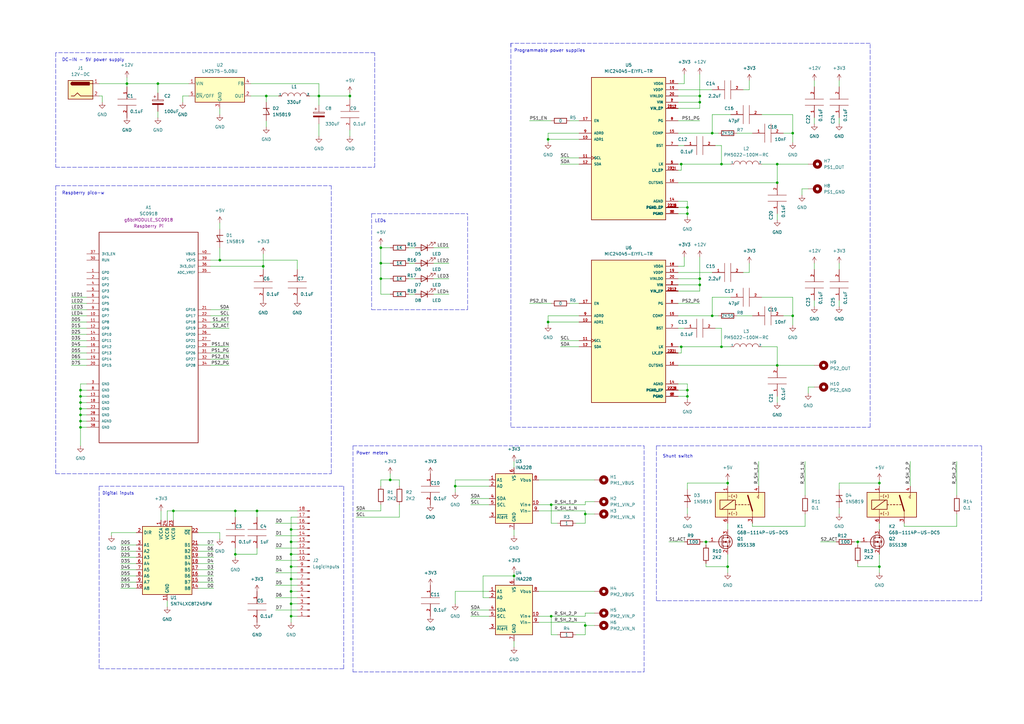
<source format=kicad_sch>
(kicad_sch (version 20211123) (generator eeschema)
  (paper "A3")
  (junction (at 295.91 142.24))
  (junction (at 240.03 256.54))
  (junction (at 292.1 54.61))
  (junction (at 119.38 227.33))
  (junction (at 224.79 132.08))
  (junction (at 287.02 116.84))
  (junction (at 287.02 41.91))
  (junction (at 105.41 209.55))
  (junction (at 281.94 85.09))
  (junction (at 351.79 222.25))
  (junction (at 107.95 109.22))
  (junction (at 224.79 57.15))
  (junction (at 287.02 114.3))
  (junction (at 90.17 106.68))
  (junction (at 33.02 162.56))
  (junction (at 295.91 67.31))
  (junction (at 186.69 199.39))
  (junction (at 360.68 232.41))
  (junction (at 156.21 107.95))
  (junction (at 226.06 207.01))
  (junction (at 325.12 54.61))
  (junction (at 119.38 217.17))
  (junction (at 33.02 160.02))
  (junction (at 360.68 198.12))
  (junction (at 96.52 209.55))
  (junction (at 119.38 247.65))
  (junction (at 240.03 210.82))
  (junction (at 279.4 142.24))
  (junction (at 33.02 172.72))
  (junction (at 156.21 101.6))
  (junction (at 143.51 39.37))
  (junction (at 109.22 39.37))
  (junction (at 33.02 170.18))
  (junction (at 33.02 165.1))
  (junction (at 52.07 34.29))
  (junction (at 119.38 252.73))
  (junction (at 298.45 198.12))
  (junction (at 119.38 222.25))
  (junction (at 119.38 237.49))
  (junction (at 281.94 162.56))
  (junction (at 298.45 232.41))
  (junction (at 226.06 252.73))
  (junction (at 318.77 74.93))
  (junction (at 160.02 196.85))
  (junction (at 281.94 160.02))
  (junction (at 287.02 39.37))
  (junction (at 289.56 222.25))
  (junction (at 281.94 87.63))
  (junction (at 318.77 67.31))
  (junction (at 325.12 129.54))
  (junction (at 33.02 175.26))
  (junction (at 292.1 129.54))
  (junction (at 210.82 236.22))
  (junction (at 71.12 209.55))
  (junction (at 130.81 39.37))
  (junction (at 33.02 167.64))
  (junction (at 64.77 34.29))
  (junction (at 119.38 232.41))
  (junction (at 318.77 149.86))
  (junction (at 96.52 227.33))
  (junction (at 119.38 242.57))
  (junction (at 156.21 114.3))
  (junction (at 279.4 67.31))
  (wire (pts (xy 217.17 124.46) (xy 226.06 124.46)))
  (polyline (pts (xy 152.4 87.63) (xy 191.77 87.63)))
  (wire (pts (xy 360.68 232.41) (xy 360.68 234.95)))
  (wire (pts (xy 220.98 255.27) (xy 240.03 255.27)))
  (wire (pts (xy 237.49 67.31) (xy 229.87 67.31)))
  (wire (pts (xy 281.94 85.09) (xy 281.94 87.63)))
  (wire (pts (xy 287.02 105.41) (xy 287.02 114.3)))
  (wire (pts (xy 113.03 229.87) (xy 121.92 229.87)))
  (wire (pts (xy 33.02 165.1) (xy 33.02 167.64)))
  (wire (pts (xy 224.79 132.08) (xy 224.79 133.35)))
  (wire (pts (xy 29.21 127) (xy 35.56 127)))
  (polyline (pts (xy 269.24 182.88) (xy 402.59 182.88)))
  (wire (pts (xy 237.49 139.7) (xy 229.87 139.7)))
  (wire (pts (xy 278.13 114.3) (xy 287.02 114.3)))
  (wire (pts (xy 292.1 54.61) (xy 292.1 46.99)))
  (wire (pts (xy 146.05 212.09) (xy 163.83 212.09)))
  (wire (pts (xy 287.02 30.48) (xy 287.02 39.37)))
  (wire (pts (xy 220.98 252.73) (xy 226.06 252.73)))
  (wire (pts (xy 33.02 162.56) (xy 35.56 162.56)))
  (wire (pts (xy 224.79 57.15) (xy 224.79 58.42)))
  (wire (pts (xy 105.41 209.55) (xy 121.92 209.55)))
  (wire (pts (xy 35.56 165.1) (xy 33.02 165.1)))
  (wire (pts (xy 334.01 107.95) (xy 334.01 110.49)))
  (wire (pts (xy 298.45 214.63) (xy 298.45 217.17)))
  (wire (pts (xy 119.38 232.41) (xy 121.92 232.41)))
  (wire (pts (xy 109.22 41.91) (xy 109.22 39.37)))
  (wire (pts (xy 77.47 39.37) (xy 74.93 39.37)))
  (wire (pts (xy 33.02 157.48) (xy 33.02 160.02)))
  (wire (pts (xy 278.13 160.02) (xy 281.94 160.02)))
  (wire (pts (xy 113.03 214.63) (xy 121.92 214.63)))
  (wire (pts (xy 392.43 210.82) (xy 392.43 215.9)))
  (wire (pts (xy 210.82 234.95) (xy 210.82 236.22)))
  (wire (pts (xy 308.61 215.9) (xy 330.2 215.9)))
  (wire (pts (xy 279.4 142.24) (xy 295.91 142.24)))
  (wire (pts (xy 143.51 53.34) (xy 143.51 55.88)))
  (wire (pts (xy 130.81 39.37) (xy 143.51 39.37)))
  (wire (pts (xy 156.21 120.65) (xy 160.02 120.65)))
  (wire (pts (xy 278.13 111.76) (xy 292.1 111.76)))
  (wire (pts (xy 220.98 196.85) (xy 243.84 196.85)))
  (wire (pts (xy 86.36 134.62) (xy 93.98 134.62)))
  (wire (pts (xy 278.13 67.31) (xy 279.4 67.31)))
  (wire (pts (xy 186.69 199.39) (xy 186.69 201.93)))
  (wire (pts (xy 55.88 231.14) (xy 49.53 231.14)))
  (wire (pts (xy 71.12 209.55) (xy 71.12 213.36)))
  (wire (pts (xy 281.94 82.55) (xy 281.94 85.09)))
  (wire (pts (xy 293.37 134.62) (xy 295.91 134.62)))
  (wire (pts (xy 295.91 67.31) (xy 299.72 67.31)))
  (wire (pts (xy 360.68 214.63) (xy 360.68 217.17)))
  (wire (pts (xy 240.03 252.73) (xy 240.03 251.46)))
  (wire (pts (xy 278.13 74.93) (xy 318.77 74.93)))
  (wire (pts (xy 240.03 255.27) (xy 240.03 256.54)))
  (wire (pts (xy 156.21 107.95) (xy 160.02 107.95)))
  (wire (pts (xy 119.38 232.41) (xy 119.38 237.49)))
  (wire (pts (xy 278.13 134.62) (xy 280.67 134.62)))
  (wire (pts (xy 328.93 77.47) (xy 328.93 80.01)))
  (wire (pts (xy 360.68 227.33) (xy 360.68 232.41)))
  (wire (pts (xy 105.41 227.33) (xy 105.41 224.79)))
  (wire (pts (xy 143.51 39.37) (xy 143.51 40.64)))
  (wire (pts (xy 119.38 217.17) (xy 121.92 217.17)))
  (wire (pts (xy 163.83 196.85) (xy 163.83 199.39)))
  (wire (pts (xy 33.02 170.18) (xy 35.56 170.18)))
  (wire (pts (xy 184.15 101.6) (xy 177.8 101.6)))
  (wire (pts (xy 288.29 222.25) (xy 289.56 222.25)))
  (wire (pts (xy 318.77 74.93) (xy 318.77 67.31)))
  (wire (pts (xy 35.56 142.24) (xy 29.21 142.24)))
  (wire (pts (xy 55.88 236.22) (xy 49.53 236.22)))
  (wire (pts (xy 55.88 218.44) (xy 45.72 218.44)))
  (polyline (pts (xy 144.78 275.59) (xy 264.16 275.59)))
  (wire (pts (xy 86.36 106.68) (xy 90.17 106.68)))
  (wire (pts (xy 74.93 39.37) (xy 74.93 41.91)))
  (wire (pts (xy 156.21 101.6) (xy 156.21 107.95)))
  (wire (pts (xy 186.69 242.57) (xy 186.69 247.65)))
  (wire (pts (xy 198.12 236.22) (xy 198.12 245.11)))
  (wire (pts (xy 33.02 162.56) (xy 33.02 165.1)))
  (wire (pts (xy 96.52 224.79) (xy 96.52 227.33)))
  (wire (pts (xy 200.66 196.85) (xy 186.69 196.85)))
  (wire (pts (xy 318.77 149.86) (xy 334.01 149.86)))
  (wire (pts (xy 167.64 120.65) (xy 170.18 120.65)))
  (wire (pts (xy 184.15 120.65) (xy 177.8 120.65)))
  (wire (pts (xy 302.26 129.54) (xy 308.61 129.54)))
  (wire (pts (xy 281.94 87.63) (xy 281.94 88.9)))
  (wire (pts (xy 102.87 39.37) (xy 109.22 39.37)))
  (wire (pts (xy 186.69 199.39) (xy 200.66 199.39)))
  (wire (pts (xy 278.13 41.91) (xy 287.02 41.91)))
  (wire (pts (xy 228.6 260.35) (xy 226.06 260.35)))
  (wire (pts (xy 278.13 82.55) (xy 281.94 82.55)))
  (wire (pts (xy 220.98 207.01) (xy 226.06 207.01)))
  (wire (pts (xy 184.15 114.3) (xy 177.8 114.3)))
  (wire (pts (xy 298.45 198.12) (xy 298.45 199.39)))
  (wire (pts (xy 292.1 46.99) (xy 299.72 46.99)))
  (wire (pts (xy 35.56 137.16) (xy 29.21 137.16)))
  (wire (pts (xy 240.03 256.54) (xy 240.03 260.35)))
  (wire (pts (xy 295.91 134.62) (xy 295.91 142.24)))
  (wire (pts (xy 278.13 162.56) (xy 281.94 162.56)))
  (wire (pts (xy 130.81 50.8) (xy 130.81 55.88)))
  (wire (pts (xy 156.21 107.95) (xy 156.21 114.3)))
  (wire (pts (xy 292.1 129.54) (xy 292.1 121.92)))
  (wire (pts (xy 119.38 217.17) (xy 119.38 222.25)))
  (wire (pts (xy 344.17 107.95) (xy 344.17 110.49)))
  (polyline (pts (xy 40.64 274.32) (xy 40.64 199.39)))
  (wire (pts (xy 334.01 33.02) (xy 334.01 35.56)))
  (wire (pts (xy 237.49 142.24) (xy 229.87 142.24)))
  (wire (pts (xy 71.12 209.55) (xy 96.52 209.55)))
  (polyline (pts (xy 140.97 199.39) (xy 140.97 274.32)))
  (wire (pts (xy 217.17 49.53) (xy 226.06 49.53)))
  (wire (pts (xy 119.38 222.25) (xy 121.92 222.25)))
  (polyline (pts (xy 356.87 175.26) (xy 356.87 17.78)))
  (polyline (pts (xy 144.78 182.88) (xy 144.78 275.59)))
  (wire (pts (xy 293.37 59.69) (xy 295.91 59.69)))
  (wire (pts (xy 289.56 231.14) (xy 289.56 232.41)))
  (wire (pts (xy 130.81 39.37) (xy 130.81 43.18)))
  (wire (pts (xy 302.26 54.61) (xy 308.61 54.61)))
  (wire (pts (xy 360.68 198.12) (xy 344.17 198.12)))
  (wire (pts (xy 33.02 172.72) (xy 35.56 172.72)))
  (polyline (pts (xy 209.55 17.78) (xy 209.55 19.05)))
  (wire (pts (xy 105.41 209.55) (xy 105.41 212.09)))
  (wire (pts (xy 81.28 223.52) (xy 87.63 223.52)))
  (wire (pts (xy 200.66 204.47) (xy 193.04 204.47)))
  (wire (pts (xy 281.94 157.48) (xy 281.94 160.02)))
  (wire (pts (xy 167.64 101.6) (xy 170.18 101.6)))
  (wire (pts (xy 96.52 227.33) (xy 96.52 228.6)))
  (wire (pts (xy 107.95 109.22) (xy 107.95 110.49)))
  (wire (pts (xy 113.03 240.03) (xy 121.92 240.03)))
  (polyline (pts (xy 153.67 21.59) (xy 22.86 21.59)))
  (wire (pts (xy 325.12 54.61) (xy 321.31 54.61)))
  (wire (pts (xy 156.21 100.33) (xy 156.21 101.6)))
  (wire (pts (xy 86.36 149.86) (xy 93.98 149.86)))
  (wire (pts (xy 278.13 149.86) (xy 318.77 149.86)))
  (wire (pts (xy 86.36 147.32) (xy 93.98 147.32)))
  (wire (pts (xy 344.17 198.12) (xy 344.17 200.66)))
  (wire (pts (xy 96.52 209.55) (xy 105.41 209.55)))
  (wire (pts (xy 312.42 121.92) (xy 325.12 121.92)))
  (wire (pts (xy 33.02 167.64) (xy 35.56 167.64)))
  (wire (pts (xy 330.2 210.82) (xy 330.2 215.9)))
  (wire (pts (xy 81.28 218.44) (xy 90.17 218.44)))
  (wire (pts (xy 86.36 142.24) (xy 93.98 142.24)))
  (wire (pts (xy 33.02 160.02) (xy 33.02 162.56)))
  (wire (pts (xy 237.49 54.61) (xy 224.79 54.61)))
  (wire (pts (xy 119.38 242.57) (xy 119.38 247.65)))
  (wire (pts (xy 287.02 114.3) (xy 287.02 116.84)))
  (wire (pts (xy 311.15 189.23) (xy 311.15 199.39)))
  (wire (pts (xy 318.77 142.24) (xy 312.42 142.24)))
  (wire (pts (xy 308.61 214.63) (xy 308.61 215.9)))
  (polyline (pts (xy 22.86 194.31) (xy 135.89 194.31)))
  (wire (pts (xy 210.82 236.22) (xy 210.82 237.49)))
  (wire (pts (xy 156.21 196.85) (xy 160.02 196.85)))
  (wire (pts (xy 160.02 196.85) (xy 163.83 196.85)))
  (wire (pts (xy 336.55 222.25) (xy 342.9 222.25)))
  (wire (pts (xy 64.77 34.29) (xy 64.77 38.1)))
  (wire (pts (xy 226.06 252.73) (xy 226.06 260.35)))
  (wire (pts (xy 64.77 34.29) (xy 77.47 34.29)))
  (wire (pts (xy 86.36 109.22) (xy 107.95 109.22)))
  (wire (pts (xy 90.17 106.68) (xy 90.17 101.6)))
  (wire (pts (xy 96.52 209.55) (xy 96.52 212.09)))
  (wire (pts (xy 167.64 114.3) (xy 170.18 114.3)))
  (wire (pts (xy 156.21 199.39) (xy 156.21 196.85)))
  (wire (pts (xy 392.43 189.23) (xy 392.43 203.2)))
  (wire (pts (xy 160.02 194.31) (xy 160.02 196.85)))
  (wire (pts (xy 55.88 223.52) (xy 49.53 223.52)))
  (wire (pts (xy 236.22 260.35) (xy 240.03 260.35)))
  (wire (pts (xy 86.36 144.78) (xy 93.98 144.78)))
  (wire (pts (xy 45.72 218.44) (xy 45.72 219.71)))
  (wire (pts (xy 292.1 129.54) (xy 294.64 129.54)))
  (wire (pts (xy 220.98 209.55) (xy 240.03 209.55)))
  (wire (pts (xy 279.4 69.85) (xy 279.4 67.31)))
  (wire (pts (xy 121.92 106.68) (xy 121.92 110.49)))
  (wire (pts (xy 55.88 228.6) (xy 49.53 228.6)))
  (wire (pts (xy 107.95 104.14) (xy 107.95 109.22)))
  (wire (pts (xy 331.47 77.47) (xy 328.93 77.47)))
  (wire (pts (xy 33.02 172.72) (xy 33.02 175.26)))
  (wire (pts (xy 226.06 252.73) (xy 240.03 252.73)))
  (polyline (pts (xy 269.24 182.88) (xy 269.24 246.38)))
  (wire (pts (xy 130.81 39.37) (xy 127 39.37)))
  (wire (pts (xy 330.2 189.23) (xy 330.2 203.2)))
  (wire (pts (xy 278.13 34.29) (xy 280.67 34.29)))
  (wire (pts (xy 287.02 119.38) (xy 278.13 119.38)))
  (wire (pts (xy 224.79 132.08) (xy 237.49 132.08)))
  (wire (pts (xy 281.94 208.28) (xy 281.94 210.82)))
  (wire (pts (xy 35.56 139.7) (xy 29.21 139.7)))
  (wire (pts (xy 307.34 107.95) (xy 307.34 111.76)))
  (wire (pts (xy 35.56 132.08) (xy 29.21 132.08)))
  (wire (pts (xy 318.77 87.63) (xy 318.77 90.17)))
  (wire (pts (xy 81.28 226.06) (xy 87.63 226.06)))
  (wire (pts (xy 298.45 227.33) (xy 298.45 232.41)))
  (wire (pts (xy 334.01 48.26) (xy 334.01 50.8)))
  (wire (pts (xy 130.81 34.29) (xy 130.81 39.37)))
  (wire (pts (xy 278.13 144.78) (xy 279.4 144.78)))
  (wire (pts (xy 156.21 114.3) (xy 156.21 120.65)))
  (wire (pts (xy 224.79 54.61) (xy 224.79 57.15)))
  (wire (pts (xy 280.67 105.41) (xy 280.67 109.22)))
  (wire (pts (xy 55.88 241.3) (xy 49.53 241.3)))
  (wire (pts (xy 66.04 209.55) (xy 66.04 213.36)))
  (wire (pts (xy 344.17 123.19) (xy 344.17 125.73)))
  (wire (pts (xy 289.56 222.25) (xy 289.56 223.52)))
  (polyline (pts (xy 209.55 175.26) (xy 356.87 175.26)))
  (wire (pts (xy 29.21 124.46) (xy 35.56 124.46)))
  (wire (pts (xy 35.56 157.48) (xy 33.02 157.48)))
  (wire (pts (xy 119.38 242.57) (xy 121.92 242.57)))
  (wire (pts (xy 278.13 109.22) (xy 280.67 109.22)))
  (wire (pts (xy 274.32 222.25) (xy 280.67 222.25)))
  (polyline (pts (xy 22.86 76.2) (xy 135.89 76.2)))
  (wire (pts (xy 351.79 222.25) (xy 351.79 223.52)))
  (polyline (pts (xy 40.64 199.39) (xy 140.97 199.39)))
  (wire (pts (xy 237.49 64.77) (xy 229.87 64.77)))
  (wire (pts (xy 210.82 217.17) (xy 210.82 219.71)))
  (wire (pts (xy 295.91 59.69) (xy 295.91 67.31)))
  (wire (pts (xy 278.13 39.37) (xy 287.02 39.37)))
  (wire (pts (xy 228.6 214.63) (xy 226.06 214.63)))
  (wire (pts (xy 119.38 237.49) (xy 119.38 242.57)))
  (polyline (pts (xy 402.59 246.38) (xy 402.59 182.88)))
  (wire (pts (xy 278.13 36.83) (xy 292.1 36.83)))
  (wire (pts (xy 226.06 207.01) (xy 226.06 214.63)))
  (wire (pts (xy 119.38 252.73) (xy 119.38 255.27)))
  (wire (pts (xy 344.17 208.28) (xy 344.17 210.82)))
  (polyline (pts (xy 209.55 17.78) (xy 209.55 175.26)))
  (wire (pts (xy 86.36 132.08) (xy 93.98 132.08)))
  (wire (pts (xy 312.42 46.99) (xy 325.12 46.99)))
  (wire (pts (xy 210.82 189.23) (xy 210.82 191.77)))
  (wire (pts (xy 33.02 175.26) (xy 35.56 175.26)))
  (wire (pts (xy 156.21 114.3) (xy 160.02 114.3)))
  (wire (pts (xy 81.28 236.22) (xy 87.63 236.22)))
  (wire (pts (xy 113.03 250.19) (xy 121.92 250.19)))
  (wire (pts (xy 240.03 251.46) (xy 243.84 251.46)))
  (wire (pts (xy 113.03 224.79) (xy 121.92 224.79)))
  (wire (pts (xy 81.28 228.6) (xy 87.63 228.6)))
  (wire (pts (xy 200.66 242.57) (xy 186.69 242.57)))
  (wire (pts (xy 200.66 252.73) (xy 193.04 252.73)))
  (wire (pts (xy 86.36 129.54) (xy 93.98 129.54)))
  (wire (pts (xy 373.38 189.23) (xy 373.38 199.39)))
  (wire (pts (xy 370.84 215.9) (xy 392.43 215.9)))
  (wire (pts (xy 325.12 46.99) (xy 325.12 54.61)))
  (wire (pts (xy 68.58 209.55) (xy 71.12 209.55)))
  (wire (pts (xy 119.38 237.49) (xy 121.92 237.49)))
  (wire (pts (xy 240.03 207.01) (xy 240.03 205.74)))
  (wire (pts (xy 33.02 167.64) (xy 33.02 170.18)))
  (wire (pts (xy 279.4 67.31) (xy 295.91 67.31)))
  (wire (pts (xy 146.05 209.55) (xy 156.21 209.55)))
  (wire (pts (xy 287.02 39.37) (xy 287.02 41.91)))
  (wire (pts (xy 90.17 44.45) (xy 90.17 46.99)))
  (wire (pts (xy 233.68 49.53) (xy 237.49 49.53)))
  (wire (pts (xy 35.56 147.32) (xy 29.21 147.32)))
  (wire (pts (xy 119.38 222.25) (xy 119.38 227.33)))
  (wire (pts (xy 52.07 34.29) (xy 64.77 34.29)))
  (wire (pts (xy 35.56 144.78) (xy 29.21 144.78)))
  (wire (pts (xy 278.13 85.09) (xy 281.94 85.09)))
  (polyline (pts (xy 140.97 274.32) (xy 40.64 274.32)))
  (wire (pts (xy 278.13 129.54) (xy 292.1 129.54)))
  (wire (pts (xy 86.36 127) (xy 93.98 127)))
  (wire (pts (xy 240.03 256.54) (xy 243.84 256.54)))
  (wire (pts (xy 298.45 232.41) (xy 298.45 234.95)))
  (wire (pts (xy 351.79 231.14) (xy 351.79 232.41)))
  (wire (pts (xy 156.21 209.55) (xy 156.21 207.01)))
  (wire (pts (xy 102.87 34.29) (xy 130.81 34.29)))
  (wire (pts (xy 40.64 34.29) (xy 52.07 34.29)))
  (wire (pts (xy 298.45 196.85) (xy 298.45 198.12)))
  (wire (pts (xy 119.38 252.73) (xy 121.92 252.73)))
  (wire (pts (xy 119.38 247.65) (xy 121.92 247.65)))
  (wire (pts (xy 64.77 45.72) (xy 64.77 48.26)))
  (wire (pts (xy 292.1 54.61) (xy 294.64 54.61)))
  (wire (pts (xy 186.69 196.85) (xy 186.69 199.39)))
  (polyline (pts (xy 191.77 127) (xy 191.77 87.63)))
  (wire (pts (xy 360.68 196.85) (xy 360.68 198.12)))
  (wire (pts (xy 325.12 121.92) (xy 325.12 129.54)))
  (wire (pts (xy 350.52 222.25) (xy 351.79 222.25)))
  (wire (pts (xy 236.22 214.63) (xy 240.03 214.63)))
  (wire (pts (xy 119.38 212.09) (xy 119.38 217.17)))
  (wire (pts (xy 344.17 33.02) (xy 344.17 35.56)))
  (wire (pts (xy 287.02 116.84) (xy 287.02 119.38)))
  (wire (pts (xy 318.77 67.31) (xy 331.47 67.31)))
  (wire (pts (xy 370.84 214.63) (xy 370.84 215.9)))
  (wire (pts (xy 278.13 157.48) (xy 281.94 157.48)))
  (wire (pts (xy 278.13 87.63) (xy 281.94 87.63)))
  (wire (pts (xy 331.47 158.75) (xy 331.47 161.29)))
  (wire (pts (xy 200.66 250.19) (xy 193.04 250.19)))
  (wire (pts (xy 68.58 246.38) (xy 68.58 248.92)))
  (wire (pts (xy 278.13 59.69) (xy 280.67 59.69)))
  (wire (pts (xy 351.79 232.41) (xy 360.68 232.41)))
  (polyline (pts (xy 135.89 194.31) (xy 135.89 76.2)))
  (wire (pts (xy 33.02 170.18) (xy 33.02 172.72)))
  (wire (pts (xy 325.12 54.61) (xy 325.12 58.42)))
  (wire (pts (xy 237.49 129.54) (xy 224.79 129.54)))
  (polyline (pts (xy 152.4 87.63) (xy 152.4 127)))
  (wire (pts (xy 119.38 227.33) (xy 119.38 232.41)))
  (wire (pts (xy 90.17 106.68) (xy 121.92 106.68)))
  (wire (pts (xy 334.01 158.75) (xy 331.47 158.75)))
  (wire (pts (xy 33.02 175.26) (xy 33.02 182.88)))
  (polyline (pts (xy 269.24 246.38) (xy 402.59 246.38)))
  (wire (pts (xy 307.34 33.02) (xy 307.34 36.83)))
  (wire (pts (xy 325.12 129.54) (xy 325.12 133.35)))
  (wire (pts (xy 318.77 149.86) (xy 318.77 142.24)))
  (wire (pts (xy 292.1 121.92) (xy 299.72 121.92)))
  (wire (pts (xy 281.94 198.12) (xy 281.94 200.66)))
  (wire (pts (xy 184.15 107.95) (xy 177.8 107.95)))
  (wire (pts (xy 81.28 238.76) (xy 87.63 238.76)))
  (wire (pts (xy 351.79 222.25) (xy 353.06 222.25)))
  (wire (pts (xy 220.98 242.57) (xy 243.84 242.57)))
  (wire (pts (xy 304.8 36.83) (xy 307.34 36.83)))
  (wire (pts (xy 119.38 227.33) (xy 121.92 227.33)))
  (wire (pts (xy 295.91 142.24) (xy 299.72 142.24)))
  (wire (pts (xy 289.56 222.25) (xy 290.83 222.25)))
  (wire (pts (xy 360.68 198.12) (xy 360.68 199.39)))
  (wire (pts (xy 318.77 67.31) (xy 312.42 67.31)))
  (wire (pts (xy 113.03 245.11) (xy 121.92 245.11)))
  (wire (pts (xy 344.17 48.26) (xy 344.17 50.8)))
  (wire (pts (xy 318.77 162.56) (xy 318.77 165.1)))
  (wire (pts (xy 90.17 218.44) (xy 90.17 220.98)))
  (wire (pts (xy 109.22 39.37) (xy 114.3 39.37)))
  (wire (pts (xy 287.02 49.53) (xy 278.13 49.53)))
  (polyline (pts (xy 22.86 76.2) (xy 22.86 194.31)))
  (wire (pts (xy 281.94 162.56) (xy 281.94 163.83)))
  (polyline (pts (xy 356.87 17.78) (xy 209.55 17.78)))
  (wire (pts (xy 52.07 31.75) (xy 52.07 34.29)))
  (wire (pts (xy 68.58 213.36) (xy 68.58 209.55)))
  (wire (pts (xy 143.51 38.1) (xy 143.51 39.37)))
  (wire (pts (xy 280.67 30.48) (xy 280.67 34.29)))
  (wire (pts (xy 278.13 116.84) (xy 287.02 116.84)))
  (wire (pts (xy 304.8 111.76) (xy 307.34 111.76)))
  (wire (pts (xy 200.66 207.01) (xy 193.04 207.01)))
  (wire (pts (xy 29.21 121.92) (xy 35.56 121.92)))
  (wire (pts (xy 224.79 129.54) (xy 224.79 132.08)))
  (wire (pts (xy 233.68 124.46) (xy 237.49 124.46)))
  (wire (pts (xy 29.21 129.54) (xy 35.56 129.54)))
  (wire (pts (xy 278.13 69.85) (xy 279.4 69.85)))
  (polyline (pts (xy 152.4 127) (xy 191.77 127)))
  (polyline (pts (xy 22.86 21.59) (xy 22.86 68.58)))
  (wire (pts (xy 298.45 198.12) (xy 281.94 198.12)))
  (wire (pts (xy 52.07 34.29) (xy 52.07 35.56)))
  (wire (pts (xy 35.56 134.62) (xy 29.21 134.62)))
  (wire (pts (xy 113.03 234.95) (xy 121.92 234.95)))
  (polyline (pts (xy 22.86 68.58) (xy 153.67 68.58)))
  (wire (pts (xy 224.79 57.15) (xy 237.49 57.15)))
  (wire (pts (xy 167.64 107.95) (xy 170.18 107.95)))
  (wire (pts (xy 35.56 160.02) (xy 33.02 160.02)))
  (wire (pts (xy 240.03 205.74) (xy 243.84 205.74)))
  (wire (pts (xy 96.52 227.33) (xy 105.41 227.33)))
  (wire (pts (xy 156.21 101.6) (xy 160.02 101.6)))
  (wire (pts (xy 210.82 236.22) (xy 198.12 236.22)))
  (wire (pts (xy 281.94 160.02) (xy 281.94 162.56)))
  (wire (pts (xy 119.38 247.65) (xy 119.38 252.73)))
  (wire (pts (xy 55.88 238.76) (xy 49.53 238.76)))
  (wire (pts (xy 109.22 49.53) (xy 109.22 52.07)))
  (wire (pts (xy 289.56 232.41) (xy 298.45 232.41)))
  (wire (pts (xy 198.12 245.11) (xy 200.66 245.11)))
  (wire (pts (xy 226.06 207.01) (xy 240.03 207.01)))
  (wire (pts (xy 41.91 39.37) (xy 41.91 41.91)))
  (wire (pts (xy 240.03 214.63) (xy 240.03 210.82)))
  (wire (pts (xy 210.82 262.89) (xy 210.82 265.43)))
  (wire (pts (xy 279.4 144.78) (xy 279.4 142.24)))
  (wire (pts (xy 163.83 212.09) (xy 163.83 207.01)))
  (wire (pts (xy 325.12 129.54) (xy 321.31 129.54)))
  (wire (pts (xy 287.02 41.91) (xy 287.02 44.45)))
  (wire (pts (xy 278.13 54.61) (xy 292.1 54.61)))
  (wire (pts (xy 90.17 91.44) (xy 90.17 93.98)))
  (polyline (pts (xy 153.67 68.58) (xy 153.67 21.59)))
  (wire (pts (xy 113.03 219.71) (xy 121.92 219.71)))
  (wire (pts (xy 121.92 212.09) (xy 119.38 212.09)))
  (wire (pts (xy 240.03 210.82) (xy 243.84 210.82)))
  (wire (pts (xy 55.88 233.68) (xy 49.53 233.68)))
  (wire (pts (xy 81.28 231.14) (xy 87.63 231.14)))
  (polyline (pts (xy 264.16 275.59) (xy 264.16 182.88)))
  (wire (pts (xy 334.01 123.19) (xy 334.01 125.73)))
  (wire (pts (xy 40.64 39.37) (xy 41.91 39.37)))
  (wire (pts (xy 240.03 209.55) (xy 240.03 210.82)))
  (wire (pts (xy 287.02 124.46) (xy 278.13 124.46)))
  (wire (pts (xy 278.13 142.24) (xy 279.4 142.24)))
  (wire (pts (xy 55.88 226.06) (xy 49.53 226.06)))
  (wire (pts (xy 81.28 233.68) (xy 87.63 233.68)))
  (polyline (pts (xy 144.78 182.88) (xy 264.16 182.88)))
  (wire (pts (xy 35.56 149.86) (xy 29.21 149.86)))
  (wire (pts (xy 287.02 44.45) (xy 278.13 44.45)))
  (wire (pts (xy 81.28 241.3) (xy 87.63 241.3)))
  (text "DC-IN - 5V power supply" (at 25.4 25.4 0) (effects (font (size 1.27 1.27)) (justify left bottom)))
  (text "LEDs" (at 153.67 91.44 0) (effects (font (size 1.27 1.27)) (justify left bottom)))
  (text "Programmable power supplies" (at 210.82 21.59 0) (effects (font (size 1.27 1.27)) (justify left bottom)))
  (text "Raspberry pico-w" (at 25.4 80.01 0) (effects (font (size 1.27 1.27)) (justify left bottom)))
  (text "Power meters" (at 146.05 186.69 0) (effects (font (size 1.27 1.27)) (justify left bottom)))
  (text "Shunt switch" (at 271.78 187.96 0) (effects (font (size 1.27 1.27)) (justify left bottom)))
  (text "Digital inputs" (at 41.91 203.2 0) (effects (font (size 1.27 1.27)) (justify left bottom)))
  (label "PS1_PG" (at 93.98 144.78 180))
  (label "D1S" (at 29.21 134.62 0))
  (label "D1S" (at 49.53 226.06 0))
  (label "SCL" (at 229.87 64.77 0))
  (label "D4S" (at 29.21 142.24 0))
  (label "LED4" (at 29.21 129.54 0))
  (label "D3" (at 87.63 233.68 180))
  (label "D4" (at 113.03 234.95 0))
  (label "D0S" (at 49.53 223.52 0))
  (label "D3" (at 113.03 229.87 0))
  (label "LED3" (at 184.15 114.3 180))
  (label "D5" (at 87.63 228.6 180))
  (label "D7" (at 113.03 250.19 0))
  (label "R_SH_1_P" (at 311.15 189.23 270))
  (label "D5" (at 113.03 240.03 0))
  (label "R_SH_1_P" (at 227.33 207.01 0))
  (label "SCL" (at 93.98 129.54 180))
  (label "S1_ACT" (at 93.98 132.08 180))
  (label "PS2_EN" (at 93.98 147.32 180))
  (label "D7S" (at 29.21 149.86 0))
  (label "D5S" (at 49.53 236.22 0))
  (label "PS2_PG" (at 287.02 124.46 180))
  (label "D6S" (at 49.53 238.76 0))
  (label "SCL" (at 193.04 252.73 0))
  (label "D4S" (at 49.53 233.68 0))
  (label "LED1" (at 29.21 121.92 0))
  (label "PS2_PG" (at 93.98 149.86 180))
  (label "SDA" (at 146.05 209.55 0))
  (label "SDA" (at 193.04 204.47 0))
  (label "S1_ACT" (at 274.32 222.25 0))
  (label "R_SH_1_N" (at 227.33 209.55 0))
  (label "D0S" (at 29.21 132.08 0))
  (label "SDA" (at 229.87 142.24 0))
  (label "D3S" (at 49.53 231.14 0))
  (label "R_SH_2_N" (at 227.33 255.27 0))
  (label "R_SH_2_P" (at 373.38 189.23 270))
  (label "PS1_EN" (at 217.17 49.53 0))
  (label "D6S" (at 29.21 147.32 0))
  (label "D2S" (at 29.21 137.16 0))
  (label "D2" (at 113.03 224.79 0))
  (label "D0" (at 113.03 214.63 0))
  (label "SDA" (at 93.98 127 180))
  (label "D6" (at 113.03 245.11 0))
  (label "D6" (at 87.63 226.06 180))
  (label "SDA" (at 229.87 67.31 0))
  (label "SCL" (at 193.04 207.01 0))
  (label "PS1_PG" (at 287.02 49.53 180))
  (label "R_SH_2_N" (at 392.43 189.23 270))
  (label "D0" (at 87.63 241.3 180))
  (label "PS1_EN" (at 93.98 142.24 180))
  (label "S2_ACT" (at 93.98 134.62 180))
  (label "D7S" (at 49.53 241.3 0))
  (label "D2" (at 87.63 236.22 180))
  (label "D1" (at 87.63 238.76 180))
  (label "D2S" (at 49.53 228.6 0))
  (label "D1" (at 113.03 219.71 0))
  (label "R_SH_1_N" (at 330.2 189.23 270))
  (label "D3S" (at 29.21 139.7 0))
  (label "S2_ACT" (at 336.55 222.25 0))
  (label "SCL" (at 229.87 139.7 0))
  (label "SCL" (at 146.05 212.09 0))
  (label "LED1" (at 184.15 101.6 180))
  (label "PS2_EN" (at 217.17 124.46 0))
  (label "D7" (at 87.63 223.52 180))
  (label "LED4" (at 184.15 120.65 180))
  (label "D4" (at 87.63 231.14 180))
  (label "LED2" (at 29.21 124.46 0))
  (label "LED2" (at 184.15 107.95 180))
  (label "SDA" (at 193.04 250.19 0))
  (label "D5S" (at 29.21 144.78 0))
  (label "R_SH_2_P" (at 227.33 252.73 0))
  (label "LED3" (at 29.21 127 0))
  (symbol (lib_id "Mechanical:MountingHole_Pad") (at 246.38 205.74 270) (unit 1)
    (property "Reference" "H2" (at 250.19 204.4699 90) (effects (justify left)))
    (property "Value" "PM1_VIN_P" (at 250.19 207.0099 90) (effects (justify left)))
    (property "Footprint" "Connector:Banana_Jack_1Pin" (effects hide))
  )
  (symbol (lib_id "power:GND") (at 96.52 228.6 0) (unit 1)
    (property "Reference" "#PWR0140" (effects hide))
    (property "Value" "GND" (at 96.52 233.68 0))
  )
  (symbol (lib_name "MIC24045-EIYFL-TR_1") (lib_id "MIC24045:MIC24045-EIYFL-TR") (at 257.81 137.16 0) (unit 1)
    (property "Reference" "U6" (at 257.81 101.6 0))
    (property "Value" "MIC24045-EIYFL-TR" (at 257.81 104.14 0))
    (property "Footprint" "CONV_MIC24045-EIYFL-TR" (effects hide))
    (property "MANUFACTURER" "Microchip" (effects hide))
    (property "STANDARD" "Manufacturer Recommendations" (effects hide))
    (property "SNAPEDA_PN" "MIC24045-EIYFL-TR" (effects hide))
    (property "MAXIMUM_PACKAGE_HEIGHT" "0.90mm" (effects hide))
    (property "PARTREV" "B" (effects hide))
  )
  (symbol (lib_id "power:GND") (at 176.53 207.01 0) (unit 1)
    (property "Reference" "#PWR0111" (effects hide))
    (property "Value" "GND" (at 176.53 212.09 0))
  )
  (symbol (lib_id "pspice:C") (at 334.01 41.91 180) (unit 1)
    (property "Reference" "C22" (at 331.47 46.99 90) (effects (justify left)))
    (property "Value" "0.1uF" (at 336.55 44.45 90) (effects (justify left)))
    (property "Footprint" "Capacitor_SMD:C_0603_1608Metric_Pad1.08x0.95mm_HandSolder" (effects hide))
  )
  (symbol (lib_id "pspice:C") (at 314.96 129.54 90) (unit 1)
    (property "Reference" "C19" (at 318.77 127 90) (effects (justify left)))
    (property "Value" "10nF" (at 322.58 132.08 90) (effects (justify left)))
    (property "Footprint" "Capacitor_SMD:C_0603_1608Metric_Pad1.08x0.95mm_HandSolder" (effects hide))
  )
  (symbol (lib_id "Mechanical:MountingHole_Pad") (at 336.55 158.75 270) (unit 1)
    (property "Reference" "H10" (at 340.36 157.4799 90) (effects (justify left)))
    (property "Value" "PS2_GND" (at 340.36 160.0199 90) (effects (justify left)))
    (property "Footprint" "Connector:Banana_Jack_1Pin" (effects hide))
  )
  (symbol (lib_id "Transistor_FET:BSS138") (at 358.14 222.25 0) (unit 1)
    (property "Reference" "Q2" (at 364.49 220.9799 0) (effects (justify left)))
    (property "Value" "BSS138" (at 364.49 223.5199 0) (effects (justify left)))
    (property "Footprint" "Package_TO_SOT_SMD:SOT-23" (effects hide))
    (property "Datasheet" "https://www.onsemi.com/pub/Collateral/BSS138-D.PDF" (effects hide))
  )
  (symbol (lib_id "Device:C_Polarized") (at 130.81 46.99 0) (unit 1)
    (property "Reference" "C8" (at 133.35 44.45 0) (effects (justify left)))
    (property "Value" "330uF" (at 133.35 50.8 0) (effects (justify left)))
    (property "Footprint" "Capacitor_SMD:CP_Elec_8x11.9" (effects hide))
  )
  (symbol (lib_id "power:GND") (at 325.12 133.35 0) (unit 1)
    (property "Reference" "#PWR0120" (effects hide))
    (property "Value" "GND" (at 325.12 138.43 0))
  )
  (symbol (lib_id "pspice:C") (at 344.17 116.84 180) (unit 1)
    (property "Reference" "C25" (at 341.63 121.92 90) (effects (justify left)))
    (property "Value" "0.1uF" (at 346.71 119.38 90) (effects (justify left)))
    (property "Footprint" "Capacitor_SMD:C_0603_1608Metric_Pad1.08x0.95mm_HandSolder" (effects hide))
  )
  (symbol (lib_id "pspice:C") (at 344.17 41.91 180) (unit 1)
    (property "Reference" "C24" (at 341.63 46.99 90) (effects (justify left)))
    (property "Value" "0.1uF" (at 346.71 44.45 90) (effects (justify left)))
    (property "Footprint" "Capacitor_SMD:C_0603_1608Metric_Pad1.08x0.95mm_HandSolder" (effects hide))
  )
  (symbol (lib_name "MIC24045-EIYFL-TR_2") (lib_id "MIC24045:MIC24045-EIYFL-TR") (at 257.81 62.23 0) (unit 1)
    (property "Reference" "U5" (at 257.81 26.67 0))
    (property "Value" "MIC24045-EIYFL-TR" (at 257.81 29.21 0))
    (property "Footprint" "CONV_MIC24045-EIYFL-TR" (effects hide))
    (property "MANUFACTURER" "Microchip" (effects hide))
    (property "STANDARD" "Manufacturer Recommendations" (effects hide))
    (property "SNAPEDA_PN" "MIC24045-EIYFL-TR" (effects hide))
    (property "MAXIMUM_PACKAGE_HEIGHT" "0.90mm" (effects hide))
    (property "PARTREV" "B" (effects hide))
  )
  (symbol (lib_id "Device:R") (at 229.87 124.46 90) (unit 1)
    (property "Reference" "R6" (at 234.95 123.19 90))
    (property "Value" "0" (at 229.87 124.46 90))
    (property "Footprint" "Resistor_SMD:R_0603_1608Metric_Pad0.98x0.95mm_HandSolder" (effects hide))
  )
  (symbol (lib_id "power:GND") (at 130.81 55.88 0) (unit 1)
    (property "Reference" "#PWR0148" (effects hide))
    (property "Value" "GND" (at 130.81 60.96 0))
  )
  (symbol (lib_id "power:+3V3") (at 307.34 33.02 0) (unit 1)
    (property "Reference" "#PWR0124" (effects hide))
    (property "Value" "+3V3" (at 307.34 27.94 0))
  )
  (symbol (lib_id "power:GND") (at 107.95 123.19 0) (unit 1)
    (property "Reference" "#PWR0143" (effects hide))
    (property "Value" "GND" (at 107.95 128.27 0))
  )
  (symbol (lib_id "power:+12V") (at 334.01 107.95 0) (unit 1)
    (property "Reference" "#PWR0137" (effects hide))
    (property "Value" "+12V" (at 334.01 102.87 0))
  )
  (symbol (lib_id "Device:LED") (at 173.99 120.65 180) (unit 1)
    (property "Reference" "D8" (at 171.45 123.19 0))
    (property "Value" "LED" (at 179.07 123.19 0))
    (property "Footprint" "LED_SMD:LED_0603_1608Metric_Pad1.05x0.95mm_HandSolder" (effects hide))
  )
  (symbol (lib_id "power:+5V") (at 90.17 91.44 0) (unit 1)
    (property "Reference" "#PWR0145" (effects hide))
    (property "Value" "+5V" (at 90.17 86.36 0))
  )
  (symbol (lib_id "power:+3V3") (at 307.34 107.95 0) (unit 1)
    (property "Reference" "#PWR0123" (effects hide))
    (property "Value" "+3V3" (at 307.34 102.87 0))
  )
  (symbol (lib_id "power:GND") (at 33.02 182.88 0) (unit 1)
    (property "Reference" "#PWR0146" (effects hide))
    (property "Value" "GND" (at 33.02 187.96 0))
  )
  (symbol (lib_id "Analog_ADC:INA226") (at 210.82 250.19 0) (mirror y) (unit 1)
    (property "Reference" "U4" (at 211.3406 234.95 0) (effects (justify right)))
    (property "Value" "INA228" (at 211.3406 237.49 0) (effects (justify right)))
    (property "Footprint" "Package_SO:VSSOP-10_3x3mm_P0.5mm" (effects hide))
    (property "Datasheet" "http://www.ti.com/lit/ds/symlink/ina228.pdf" (effects hide))
  )
  (symbol (lib_id "pspice:INDUCTOR") (at 306.07 67.31 0) (unit 1)
    (property "Reference" "L2" (at 306.07 60.96 0))
    (property "Value" "PM5022-100M-RC" (at 306.07 63.5 0))
    (property "Footprint" "Inductor_SMD:L_Bourns_SDR1806" (effects hide))
  )
  (symbol (lib_id "power:GND") (at 331.47 161.29 0) (unit 1)
    (property "Reference" "#PWR0119" (effects hide))
    (property "Value" "GND" (at 331.47 166.37 0))
  )
  (symbol (lib_id "power:GND") (at 90.17 46.99 0) (unit 1)
    (property "Reference" "#PWR0153" (effects hide))
    (property "Value" "GND" (at 90.17 52.07 0))
  )
  (symbol (lib_id "power:+3V3") (at 344.17 33.02 0) (unit 1)
    (property "Reference" "#PWR0126" (effects hide))
    (property "Value" "+3V3" (at 344.17 27.94 0))
  )
  (symbol (lib_id "pspice:C") (at 143.51 46.99 0) (unit 1)
    (property "Reference" "C9" (at 143.51 44.45 0) (effects (justify left)))
    (property "Value" "0.1uF" (at 144.78 50.8 0) (effects (justify left)))
    (property "Footprint" "Capacitor_SMD:C_0603_1608Metric_Pad1.08x0.95mm_HandSolder" (effects hide))
  )
  (symbol (lib_id "power:+5V") (at 360.68 196.85 0) (unit 1)
    (property "Reference" "#PWR0159" (effects hide))
    (property "Value" "+5V" (at 360.68 191.77 0))
  )
  (symbol (lib_id "power:GND") (at 298.45 234.95 0) (unit 1)
    (property "Reference" "#PWR0161" (effects hide))
    (property "Value" "GND" (at 298.45 240.03 0))
  )
  (symbol (lib_id "power:GND") (at 121.92 123.19 0) (unit 1)
    (property "Reference" "#PWR0144" (effects hide))
    (property "Value" "GND" (at 121.92 128.27 0))
  )
  (symbol (lib_id "pspice:C") (at 105.41 218.44 0) (unit 1)
    (property "Reference" "C4" (at 106.68 215.9 0) (effects (justify left)))
    (property "Value" "1uF" (at 106.68 222.25 0) (effects (justify left)))
    (property "Footprint" "Capacitor_SMD:C_0603_1608Metric_Pad1.08x0.95mm_HandSolder" (effects hide))
  )
  (symbol (lib_id "pspice:C") (at 121.92 116.84 0) (unit 1)
    (property "Reference" "C7" (at 121.92 114.3 0) (effects (justify left)))
    (property "Value" "0.1uF" (at 123.19 120.65 0) (effects (justify left)))
    (property "Footprint" "Capacitor_SMD:C_0603_1608Metric_Pad1.08x0.95mm_HandSolder" (effects hide))
  )
  (symbol (lib_id "pspice:INDUCTOR") (at 306.07 142.24 0) (unit 1)
    (property "Reference" "L3" (at 306.07 135.89 0))
    (property "Value" "PM5022-100M-RC" (at 306.07 138.43 0))
    (property "Footprint" "Inductor_SMD:L_Bourns_SDR1806" (effects hide))
  )
  (symbol (lib_id "Connector:Jack-DC") (at 33.02 36.83 0) (unit 1)
    (property "Reference" "J1" (at 33.02 27.94 0))
    (property "Value" "12V-DC" (at 33.02 30.48 0))
    (property "Footprint" "Connector_BarrelJack:BarrelJack_GCT_DCJ200-10-A_Horizontal" (effects hide))
  )
  (symbol (lib_id "power:GND") (at 281.94 88.9 0) (unit 1)
    (property "Reference" "#PWR0135" (effects hide))
    (property "Value" "GND" (at 281.94 93.98 0))
  )
  (symbol (lib_id "Device:D_Shockley") (at 109.22 45.72 270) (unit 1)
    (property "Reference" "D2" (at 111.76 44.4499 90) (effects (justify left)))
    (property "Value" "1N5819" (at 111.76 46.9899 90) (effects (justify left)))
    (property "Footprint" "Diode_SMD:D_SOD-123F" (effects hide))
  )
  (symbol (lib_id "power:GND") (at 334.01 50.8 0) (unit 1)
    (property "Reference" "#PWR0127" (effects hide))
    (property "Value" "GND" (at 334.01 55.88 0))
  )
  (symbol (lib_id "power:GND") (at 344.17 125.73 0) (unit 1)
    (property "Reference" "#PWR0118" (effects hide))
    (property "Value" "GND" (at 344.17 130.81 0))
  )
  (symbol (lib_id "power:+12V") (at 334.01 33.02 0) (unit 1)
    (property "Reference" "#PWR0125" (effects hide))
    (property "Value" "+12V" (at 334.01 27.94 0))
  )
  (symbol (lib_id "Mechanical:MountingHole_Pad") (at 334.01 77.47 270) (unit 1)
    (property "Reference" "H8" (at 337.82 76.1999 90) (effects (justify left)))
    (property "Value" "PS1_GND" (at 337.82 78.7399 90) (effects (justify left)))
    (property "Footprint" "Connector:Banana_Jack_1Pin" (effects hide))
  )
  (symbol (lib_id "g6b:G6B-1114P") (at 303.53 207.01 0) (unit 1)
    (property "Reference" "K1" (at 302.26 215.9 0) (effects (justify left)))
    (property "Value" "G6B-1114P-US-DC5" (at 302.26 218.44 0) (effects (justify left)))
    (property "Footprint" "g6b:RELAY_G6B_1114" (effects hide))
    (property "Datasheet" "https://www.panasonic-electric-works.com/pew/es/downloads/ds_dw_hl_en.pdf" (effects hide))
  )
  (symbol (lib_id "Mechanical:MountingHole_Pad") (at 246.38 251.46 270) (unit 1)
    (property "Reference" "H5" (at 250.19 250.1899 90) (effects (justify left)))
    (property "Value" "PM2_VIN_P" (at 250.19 252.7299 90) (effects (justify left)))
    (property "Footprint" "Connector:Banana_Jack_1Pin" (effects hide))
  )
  (symbol (lib_id "Mechanical:MountingHole_Pad") (at 246.38 210.82 270) (unit 1)
    (property "Reference" "H3" (at 250.19 209.5499 90) (effects (justify left)))
    (property "Value" "PM1_VIN_N" (at 250.19 212.0899 90) (effects (justify left)))
    (property "Footprint" "Connector:Banana_Jack_1Pin" (effects hide))
  )
  (symbol (lib_id "Device:R") (at 232.41 260.35 90) (unit 1)
    (property "Reference" "R4" (at 232.41 257.81 90))
    (property "Value" "1" (at 232.41 260.35 90))
    (property "Footprint" "Resistor_SMD:R_1206_3216Metric_Pad1.30x1.75mm_HandSolder" (effects hide))
  )
  (symbol (lib_id "Device:R") (at 163.83 101.6 90) (unit 1)
    (property "Reference" "R15" (at 168.91 100.33 90))
    (property "Value" "1K" (at 163.83 101.6 90))
    (property "Footprint" "Resistor_SMD:R_0603_1608Metric_Pad0.98x0.95mm_HandSolder" (effects hide))
  )
  (symbol (lib_id "pspice:C") (at 306.07 46.99 90) (unit 1)
    (property "Reference" "C16" (at 300.99 44.45 90) (effects (justify left)))
    (property "Value" "47pF" (at 303.53 49.53 90) (effects (justify left)))
    (property "Footprint" "Capacitor_SMD:C_0603_1608Metric_Pad1.08x0.95mm_HandSolder" (effects hide))
  )
  (symbol (lib_id "Device:R") (at 229.87 49.53 90) (unit 1)
    (property "Reference" "R5" (at 234.95 48.26 90))
    (property "Value" "0" (at 229.87 49.53 90))
    (property "Footprint" "Resistor_SMD:R_0603_1608Metric_Pad0.98x0.95mm_HandSolder" (effects hide))
  )
  (symbol (lib_id "power:GND") (at 210.82 219.71 0) (unit 1)
    (property "Reference" "#PWR0113" (effects hide))
    (property "Value" "GND" (at 210.82 224.79 0))
  )
  (symbol (lib_id "power:GND") (at 328.93 80.01 0) (unit 1)
    (property "Reference" "#PWR0132" (effects hide))
    (property "Value" "GND" (at 328.93 85.09 0))
  )
  (symbol (lib_id "power:+12V") (at 287.02 30.48 0) (unit 1)
    (property "Reference" "#PWR0115" (effects hide))
    (property "Value" "+12V" (at 287.02 25.4 0))
  )
  (symbol (lib_id "Analog_ADC:INA226") (at 210.82 204.47 0) (mirror y) (unit 1)
    (property "Reference" "U3" (at 211.3406 189.23 0) (effects (justify right)))
    (property "Value" "INA228" (at 211.3406 191.77 0) (effects (justify right)))
    (property "Footprint" "Package_SO:VSSOP-10_3x3mm_P0.5mm" (effects hide))
    (property "Datasheet" "http://www.ti.com/lit/ds/symlink/ina228.pdf" (effects hide))
  )
  (symbol (lib_id "pspice:C") (at 298.45 111.76 90) (unit 1)
    (property "Reference" "C15" (at 293.37 109.22 90) (effects (justify left)))
    (property "Value" "2.2uF" (at 295.91 114.3 90) (effects (justify left)))
    (property "Footprint" "Capacitor_SMD:C_0805_2012Metric_Pad1.18x1.45mm_HandSolder" (effects hide))
  )
  (symbol (lib_id "power:GND") (at 318.77 90.17 0) (unit 1)
    (property "Reference" "#PWR0131" (effects hide))
    (property "Value" "GND" (at 318.77 95.25 0))
  )
  (symbol (lib_id "power:GND") (at 109.22 52.07 0) (unit 1)
    (property "Reference" "#PWR0149" (effects hide))
    (property "Value" "GND" (at 109.22 57.15 0))
  )
  (symbol (lib_id "Mechanical:MountingHole_Pad") (at 246.38 196.85 270) (unit 1)
    (property "Reference" "H1" (at 250.19 195.5799 90) (effects (justify left)))
    (property "Value" "PM1_VBUS" (at 250.19 198.1199 90) (effects (justify left)))
    (property "Footprint" "Connector:Banana_Jack_1Pin" (effects hide))
  )
  (symbol (lib_id "pspice:C") (at 176.53 200.66 0) (unit 1)
    (property "Reference" "C10" (at 176.53 198.12 0) (effects (justify left)))
    (property "Value" "0.1uF" (at 177.8 204.47 0) (effects (justify left)))
    (property "Footprint" "Capacitor_SMD:C_0603_1608Metric_Pad1.08x0.95mm_HandSolder" (effects hide))
  )
  (symbol (lib_id "pspice:INDUCTOR") (at 120.65 39.37 0) (unit 1)
    (property "Reference" "L1" (at 120.65 35.56 0))
    (property "Value" "330uF" (at 120.65 41.91 0))
    (property "Footprint" "Inductor_SMD:L_12x12mm_H6mm" (effects hide))
  )
  (symbol (lib_id "power:+3V3") (at 107.95 104.14 0) (unit 1)
    (property "Reference" "#PWR0142" (effects hide))
    (property "Value" "+3V3" (at 107.95 99.06 0))
  )
  (symbol (lib_id "power:GND") (at 210.82 265.43 0) (unit 1)
    (property "Reference" "#PWR0105" (effects hide))
    (property "Value" "GND" (at 210.82 270.51 0))
  )
  (symbol (lib_id "power:GND") (at 318.77 165.1 0) (unit 1)
    (property "Reference" "#PWR0122" (effects hide))
    (property "Value" "GND" (at 318.77 170.18 0))
  )
  (symbol (lib_id "power:GND") (at 186.69 247.65 0) (unit 1)
    (property "Reference" "#PWR0102" (effects hide))
    (property "Value" "GND" (at 186.69 252.73 0))
  )
  (symbol (lib_id "Connector:Conn_01x18_Male") (at 127 232.41 180) (unit 1)
    (property "Reference" "J2" (at 128.27 229.8699 0) (effects (justify right)))
    (property "Value" "LogicInputs" (at 128.27 232.4099 0) (effects (justify right)))
    (property "Footprint" "Connector_PinHeader_2.54mm:PinHeader_2x09_P2.54mm_Vertical" (effects hide))
  )
  (symbol (lib_id "pspice:C") (at 107.95 116.84 0) (unit 1)
    (property "Reference" "C6" (at 107.95 114.3 0) (effects (justify left)))
    (property "Value" "0.1uF" (at 109.22 120.65 0) (effects (justify left)))
    (property "Footprint" "Capacitor_SMD:C_0603_1608Metric_Pad1.08x0.95mm_HandSolder" (effects hide))
  )
  (symbol (lib_id "Mechanical:MountingHole_Pad") (at 246.38 256.54 270) (unit 1)
    (property "Reference" "H6" (at 250.19 255.2699 90) (effects (justify left)))
    (property "Value" "PM2_VIN_N" (at 250.19 257.8099 90) (effects (justify left)))
    (property "Footprint" "Connector:Banana_Jack_1Pin" (effects hide))
  )
  (symbol (lib_id "pspice:C") (at 318.77 81.28 180) (unit 1)
    (property "Reference" "C20" (at 316.23 86.36 90) (effects (justify left)))
    (property "Value" "0.1uF" (at 321.31 83.82 90) (effects (justify left)))
    (property "Footprint" "Capacitor_SMD:C_0603_1608Metric_Pad1.08x0.95mm_HandSolder" (effects hide))
  )
  (symbol (lib_id "power:+3V3") (at 105.41 242.57 0) (unit 1)
    (property "Reference" "#PWR0109" (effects hide))
    (property "Value" "+3V3" (at 105.41 237.49 0))
  )
  (symbol (lib_id "power:GND") (at 360.68 234.95 0) (unit 1)
    (property "Reference" "#PWR0158" (effects hide))
    (property "Value" "GND" (at 360.68 240.03 0))
  )
  (symbol (lib_id "power:GND") (at 224.79 58.42 0) (unit 1)
    (property "Reference" "#PWR0130" (effects hide))
    (property "Value" "GND" (at 224.79 63.5 0))
  )
  (symbol (lib_id "power:+3V3") (at 344.17 107.95 0) (unit 1)
    (property "Reference" "#PWR0138" (effects hide))
    (property "Value" "+3V3" (at 344.17 102.87 0))
  )
  (symbol (lib_id "power:GND") (at 344.17 50.8 0) (unit 1)
    (property "Reference" "#PWR0128" (effects hide))
    (property "Value" "GND" (at 344.17 55.88 0))
  )
  (symbol (lib_id "power:GND") (at 224.79 133.35 0) (unit 1)
    (property "Reference" "#PWR0129" (effects hide))
    (property "Value" "GND" (at 224.79 138.43 0))
  )
  (symbol (lib_id "power:GND") (at 186.69 201.93 0) (unit 1)
    (property "Reference" "#PWR0110" (effects hide))
    (property "Value" "GND" (at 186.69 207.01 0))
  )
  (symbol (lib_id "Device:R") (at 163.83 107.95 90) (unit 1)
    (property "Reference" "R16" (at 168.91 106.68 90))
    (property "Value" "1K" (at 163.83 107.95 90))
    (property "Footprint" "Resistor_SMD:R_0603_1608Metric_Pad0.98x0.95mm_HandSolder" (effects hide))
  )
  (symbol (lib_id "power:+3V3") (at 280.67 30.48 0) (unit 1)
    (property "Reference" "#PWR0116" (effects hide))
    (property "Value" "+3V3" (at 280.67 25.4 0))
  )
  (symbol (lib_id "Device:R") (at 232.41 214.63 90) (unit 1)
    (property "Reference" "R3" (at 232.41 212.09 90))
    (property "Value" "1" (at 232.41 214.63 90))
    (property "Footprint" "Resistor_SMD:R_1206_3216Metric_Pad1.30x1.75mm_HandSolder" (effects hide))
  )
  (symbol (lib_id "power:+3V3") (at 210.82 189.23 0) (unit 1)
    (property "Reference" "#PWR0114" (effects hide))
    (property "Value" "+3V3" (at 210.82 184.15 0))
  )
  (symbol (lib_id "power:GND") (at 344.17 210.82 0) (unit 1)
    (property "Reference" "#PWR0157" (effects hide))
    (property "Value" "GND" (at 344.17 215.9 0))
  )
  (symbol (lib_id "pico-w:SC0918") (at 60.96 138.43 0) (unit 1)
    (property "Reference" "A1" (at 60.96 85.09 0))
    (property "Value" "SC0918" (at 60.96 87.63 0))
    (property "Footprint" "g6b:MODULE_SC0918" (at 60.96 90.17 0))
    (property "Datasheet" "https://datasheets.raspberrypi.com/picow/pico-w-datasheet.pdf" (effects hide))
    (property "manufacturer" "Raspberry Pi" (at 60.96 92.71 0))
    (property "P/N" "SC0918" (effects hide))
    (property "PARTREV" "1.6" (effects hide))
    (property "MAXIMUM_PACKAGE_HEIGHT" "3.73mm" (effects hide))
  )
  (symbol (lib_id "Device:D_Shockley") (at 90.17 97.79 90) (unit 1)
    (property "Reference" "D1" (at 92.71 96.5199 90) (effects (justify right)))
    (property "Value" "1N5819" (at 92.71 99.0599 90) (effects (justify right)))
    (property "Footprint" "Diode_SMD:D_SOD-123F" (effects hide))
  )
  (symbol (lib_id "power:GND") (at 74.93 41.91 0) (unit 1)
    (property "Reference" "#PWR0155" (effects hide))
    (property "Value" "GND" (at 74.93 46.99 0))
  )
  (symbol (lib_id "power:+3V3") (at 280.67 105.41 0) (unit 1)
    (property "Reference" "#PWR0133" (effects hide))
    (property "Value" "+3V3" (at 280.67 100.33 0))
  )
  (symbol (lib_id "power:GND") (at 41.91 41.91 0) (unit 1)
    (property "Reference" "#PWR0151" (effects hide))
    (property "Value" "GND" (at 41.91 46.99 0))
  )
  (symbol (lib_id "g6b:G6B-1114P") (at 365.76 207.01 0) (unit 1)
    (property "Reference" "K2" (at 364.49 215.9 0) (effects (justify left)))
    (property "Value" "G6B-1114P-US-DC5" (at 364.49 218.44 0) (effects (justify left)))
    (property "Footprint" "g6b:RELAY_G6B_1114" (effects hide))
    (property "Datasheet" "https://www.panasonic-electric-works.com/pew/es/downloads/ds_dw_hl_en.pdf" (effects hide))
  )
  (symbol (lib_id "pspice:C") (at 287.02 59.69 90) (unit 1)
    (property "Reference" "C12" (at 281.94 57.15 90) (effects (justify left)))
    (property "Value" "0.1uF" (at 284.48 62.23 90) (effects (justify left)))
    (property "Footprint" "Capacitor_SMD:C_0603_1608Metric_Pad1.08x0.95mm_HandSolder" (effects hide))
  )
  (symbol (lib_id "Device:R") (at 298.45 129.54 90) (unit 1)
    (property "Reference" "R8" (at 303.53 128.27 90))
    (property "Value" "2K55" (at 298.45 129.54 90))
    (property "Footprint" "Resistor_SMD:R_0603_1608Metric_Pad0.98x0.95mm_HandSolder" (effects hide))
  )
  (symbol (lib_id "Device:LED") (at 173.99 107.95 180) (unit 1)
    (property "Reference" "D6" (at 171.45 110.49 0))
    (property "Value" "LED" (at 179.07 110.49 0))
    (property "Footprint" "LED_SMD:LED_0603_1608Metric_Pad1.05x0.95mm_HandSolder" (effects hide))
  )
  (symbol (lib_id "power:GND") (at 281.94 163.83 0) (unit 1)
    (property "Reference" "#PWR0121" (effects hide))
    (property "Value" "GND" (at 281.94 168.91 0))
  )
  (symbol (lib_id "power:+3V3") (at 176.53 240.03 0) (unit 1)
    (property "Reference" "#PWR0103" (effects hide))
    (property "Value" "+3V3" (at 176.53 234.95 0))
  )
  (symbol (lib_id "Mechanical:MountingHole_Pad") (at 246.38 242.57 270) (unit 1)
    (property "Reference" "H4" (at 250.19 241.2999 90) (effects (justify left)))
    (property "Value" "PM2_VBUS" (at 250.19 243.8399 90) (effects (justify left)))
    (property "Footprint" "Connector:Banana_Jack_1Pin" (effects hide))
  )
  (symbol (lib_id "power:+12V") (at 52.07 31.75 0) (unit 1)
    (property "Reference" "#PWR0152" (effects hide))
    (property "Value" "+12V" (at 52.07 26.67 0))
  )
  (symbol (lib_id "Logic_LevelTranslator:SN74AVC8T245PW") (at 68.58 228.6 0) (unit 1)
    (property "Reference" "U1" (at 69.85 245.11 0) (effects (justify left)))
    (property "Value" "SN74LXC8T245PW" (at 69.85 247.65 0) (effects (justify left)))
    (property "Footprint" "Package_SO:TSSOP-24_4.4x7.8mm_P0.65mm" (effects hide))
    (property "Datasheet" "https://www.ti.com/lit/ds/symlink/sn74avc8t245.pdf" (effects hide))
  )
  (symbol (lib_id "Transistor_FET:BSS138") (at 295.91 222.25 0) (unit 1)
    (property "Reference" "Q1" (at 302.26 220.9799 0) (effects (justify left)))
    (property "Value" "BSS138" (at 302.26 223.5199 0) (effects (justify left)))
    (property "Footprint" "Package_TO_SOT_SMD:SOT-23" (effects hide))
    (property "Datasheet" "https://www.onsemi.com/pub/Collateral/BSS138-D.PDF" (effects hide))
  )
  (symbol (lib_id "Device:LED") (at 173.99 114.3 180) (unit 1)
    (property "Reference" "D7" (at 171.45 116.84 0))
    (property "Value" "LED" (at 179.07 116.84 0))
    (property "Footprint" "LED_SMD:LED_0603_1608Metric_Pad1.05x0.95mm_HandSolder" (effects hide))
  )
  (symbol (lib_id "power:GND") (at 105.41 255.27 0) (unit 1)
    (property "Reference" "#PWR0108" (effects hide))
    (property "Value" "GND" (at 105.41 260.35 0))
  )
  (symbol (lib_id "Device:R") (at 163.83 120.65 90) (unit 1)
    (property "Reference" "R18" (at 168.91 119.38 90))
    (property "Value" "1K" (at 163.83 120.65 90))
    (property "Footprint" "Resistor_SMD:R_0603_1608Metric_Pad0.98x0.95mm_HandSolder" (effects hide))
  )
  (symbol (lib_id "power:+3V3") (at 160.02 194.31 0) (unit 1)
    (property "Reference" "#PWR0141" (effects hide))
    (property "Value" "+3V3" (at 160.02 189.23 0))
  )
  (symbol (lib_id "pspice:C") (at 176.53 246.38 0) (unit 1)
    (property "Reference" "C11" (at 176.53 243.84 0) (effects (justify left)))
    (property "Value" "0.1uF" (at 177.8 250.19 0) (effects (justify left)))
    (property "Footprint" "Capacitor_SMD:C_0603_1608Metric_Pad1.08x0.95mm_HandSolder" (effects hide))
  )
  (symbol (lib_id "power:GND") (at 143.51 55.88 0) (unit 1)
    (property "Reference" "#PWR0150" (effects hide))
    (property "Value" "GND" (at 143.51 60.96 0))
  )
  (symbol (lib_id "Device:D_Shockley") (at 344.17 204.47 270) (unit 1)
    (property "Reference" "D4" (at 346.71 203.1999 90) (effects (justify left)))
    (property "Value" "1N5819" (at 346.71 205.7399 90) (effects (justify left)))
    (property "Footprint" "Diode_SMD:D_SOD-123F" (effects hide))
  )
  (symbol (lib_id "Device:R") (at 163.83 203.2 0) (unit 1)
    (property "Reference" "R2" (at 166.37 201.9299 0) (effects (justify left)))
    (property "Value" "2K2" (at 166.37 204.4699 0) (effects (justify left)))
    (property "Footprint" "Resistor_SMD:R_0603_1608Metric_Pad0.98x0.95mm_HandSolder" (effects hide))
  )
  (symbol (lib_id "Device:R") (at 392.43 207.01 0) (unit 1)
    (property "Reference" "R14" (at 394.97 205.7399 0) (effects (justify left)))
    (property "Value" "0.1" (at 394.97 208.2799 0) (effects (justify left)))
    (property "Footprint" "Resistor_SMD:R_1206_3216Metric_Pad1.30x1.75mm_HandSolder" (effects hide))
  )
  (symbol (lib_id "pspice:C") (at 318.77 156.21 180) (unit 1)
    (property "Reference" "C21" (at 316.23 161.29 90) (effects (justify left)))
    (property "Value" "0.1uF" (at 321.31 158.75 90) (effects (justify left)))
    (property "Footprint" "Capacitor_SMD:C_0603_1608Metric_Pad1.08x0.95mm_HandSolder" (effects hide))
  )
  (symbol (lib_id "Device:R") (at 156.21 203.2 0) (unit 1)
    (property "Reference" "R1" (at 158.75 201.9299 0) (effects (justify left)))
    (property "Value" "2K2" (at 158.75 204.4699 0) (effects (justify left)))
    (property "Footprint" "Resistor_SMD:R_0603_1608Metric_Pad0.98x0.95mm_HandSolder" (effects hide))
  )
  (symbol (lib_id "Device:R") (at 163.83 114.3 90) (unit 1)
    (property "Reference" "R17" (at 168.91 113.03 90))
    (property "Value" "1K" (at 163.83 114.3 90))
    (property "Footprint" "Resistor_SMD:R_0603_1608Metric_Pad0.98x0.95mm_HandSolder" (effects hide))
  )
  (symbol (lib_id "power:GND") (at 90.17 220.98 0) (unit 1)
    (property "Reference" "#PWR0163" (effects hide))
    (property "Value" "GND" (at 90.17 226.06 0))
  )
  (symbol (lib_id "Device:C_Polarized") (at 64.77 41.91 0) (unit 1)
    (property "Reference" "C2" (at 67.31 39.37 0) (effects (justify left)))
    (property "Value" "100uF" (at 67.31 45.72 0) (effects (justify left)))
    (property "Footprint" "Capacitor_SMD:CP_Elec_8x11.9" (effects hide))
  )
  (symbol (lib_id "power:+3V3") (at 176.53 194.31 0) (unit 1)
    (property "Reference" "#PWR0112" (effects hide))
    (property "Value" "+3V3" (at 176.53 189.23 0))
  )
  (symbol (lib_id "Device:R") (at 351.79 227.33 180) (unit 1)
    (property "Reference" "R13" (at 354.33 226.0599 0) (effects (justify right)))
    (property "Value" "2K2" (at 354.33 228.5999 0) (effects (justify right)))
    (property "Footprint" "Resistor_SMD:R_0603_1608Metric_Pad0.98x0.95mm_HandSolder" (effects hide))
  )
  (symbol (lib_id "power:GND") (at 325.12 58.42 0) (unit 1)
    (property "Reference" "#PWR0136" (effects hide))
    (property "Value" "GND" (at 325.12 63.5 0))
  )
  (symbol (lib_id "power:GND") (at 176.53 252.73 0) (unit 1)
    (property "Reference" "#PWR0104" (effects hide))
    (property "Value" "GND" (at 176.53 257.81 0))
  )
  (symbol (lib_id "Device:R") (at 330.2 207.01 0) (unit 1)
    (property "Reference" "R11" (at 332.74 205.7399 0) (effects (justify left)))
    (property "Value" "0.1" (at 332.74 208.2799 0) (effects (justify left)))
    (property "Footprint" "Resistor_SMD:R_1206_3216Metric_Pad1.30x1.75mm_HandSolder" (effects hide))
  )
  (symbol (lib_id "Regulator_Switching:LM2575-5.0BU") (at 90.17 36.83 0) (unit 1)
    (property "Reference" "U2" (at 90.17 26.67 0))
    (property "Value" "LM2575-5.0BU" (at 90.17 29.21 0))
    (property "Footprint" "Package_TO_SOT_SMD:TO-263-5_TabPin3" (effects hide))
    (property "Datasheet" "http://ww1.microchip.com/downloads/en/DeviceDoc/lm2575.pdf" (effects hide))
  )
  (symbol (lib_id "power:+3V3") (at 66.04 209.55 0) (unit 1)
    (property "Reference" "#PWR0139" (effects hide))
    (property "Value" "+3V3" (at 66.04 204.47 0))
  )
  (symbol (lib_id "power:GND") (at 68.58 248.92 0) (unit 1)
    (property "Reference" "#PWR0106" (effects hide))
    (property "Value" "GND" (at 68.58 254 0))
  )
  (symbol (lib_id "Device:R") (at 289.56 227.33 180) (unit 1)
    (property "Reference" "R10" (at 292.1 226.0599 0) (effects (justify right)))
    (property "Value" "2K2" (at 292.1 228.5999 0) (effects (justify right)))
    (property "Footprint" "Resistor_SMD:R_0603_1608Metric_Pad0.98x0.95mm_HandSolder" (effects hide))
  )
  (symbol (lib_id "pspice:C") (at 334.01 116.84 180) (unit 1)
    (property "Reference" "C23" (at 331.47 121.92 90) (effects (justify left)))
    (property "Value" "0.1uF" (at 336.55 119.38 90) (effects (justify left)))
    (property "Footprint" "Capacitor_SMD:C_0603_1608Metric_Pad1.08x0.95mm_HandSolder" (effects hide))
  )
  (symbol (lib_id "power:+3V3") (at 210.82 234.95 0) (unit 1)
    (property "Reference" "#PWR0101" (effects hide))
    (property "Value" "+3V3" (at 210.82 229.87 0))
  )
  (symbol (lib_id "Mechanical:MountingHole_Pad") (at 336.55 149.86 270) (unit 1)
    (property "Reference" "H9" (at 340.36 148.5899 90) (effects (justify left)))
    (property "Value" "PS2_OUT" (at 340.36 151.1299 90) (effects (justify left)))
    (property "Footprint" "Connector:Banana_Jack_1Pin" (effects hide))
  )
  (symbol (lib_id "Device:R") (at 346.71 222.25 90) (unit 1)
    (property "Reference" "R12" (at 345.44 219.71 90))
    (property "Value" "100" (at 346.71 222.25 90))
    (property "Footprint" "Resistor_SMD:R_0603_1608Metric_Pad0.98x0.95mm_HandSolder" (effects hide))
  )
  (symbol (lib_id "pspice:C") (at 298.45 36.83 90) (unit 1)
    (property "Reference" "C14" (at 293.37 34.29 90) (effects (justify left)))
    (property "Value" "2.2uF" (at 295.91 39.37 90) (effects (justify left)))
    (property "Footprint" "Capacitor_SMD:C_0805_2012Metric_Pad1.18x1.45mm_HandSolder" (effects hide))
  )
  (symbol (lib_id "power:GND") (at 281.94 210.82 0) (unit 1)
    (property "Reference" "#PWR0162" (effects hide))
    (property "Value" "GND" (at 281.94 215.9 0))
  )
  (symbol (lib_id "Mechanical:MountingHole_Pad") (at 334.01 67.31 270) (unit 1)
    (property "Reference" "H7" (at 337.82 66.0399 90) (effects (justify left)))
    (property "Value" "PS1_OUT" (at 337.82 68.5799 90) (effects (justify left)))
    (property "Footprint" "Connector:Banana_Jack_1Pin" (effects hide))
  )
  (symbol (lib_id "Device:D_Shockley") (at 281.94 204.47 270) (unit 1)
    (property "Reference" "D3" (at 284.48 203.1999 90) (effects (justify left)))
    (property "Value" "1N5819" (at 284.48 205.7399 90) (effects (justify left)))
    (property "Footprint" "Diode_SMD:D_SOD-123F" (effects hide))
  )
  (symbol (lib_id "power:+5V") (at 298.45 196.85 0) (unit 1)
    (property "Reference" "#PWR0160" (effects hide))
    (property "Value" "+5V" (at 298.45 191.77 0))
  )
  (symbol (lib_id "pspice:C") (at 287.02 134.62 90) (unit 1)
    (property "Reference" "C13" (at 281.94 132.08 90) (effects (justify left)))
    (property "Value" "0.1uF" (at 284.48 137.16 90) (effects (justify left)))
    (property "Footprint" "Capacitor_SMD:C_0603_1608Metric_Pad1.08x0.95mm_HandSolder" (effects hide))
  )
  (symbol (lib_id "pspice:C") (at 96.52 218.44 0) (unit 1)
    (property "Reference" "C3" (at 96.52 215.9 0) (effects (justify left)))
    (property "Value" "0.1uF" (at 97.79 222.25 0) (effects (justify left)))
    (property "Footprint" "Capacitor_SMD:C_0603_1608Metric_Pad1.08x0.95mm_HandSolder" (effects hide))
  )
  (symbol (lib_id "Device:R") (at 284.48 222.25 90) (unit 1)
    (property "Reference" "R9" (at 283.21 219.71 90))
    (property "Value" "100" (at 284.48 222.25 90))
    (property "Footprint" "Resistor_SMD:R_0603_1608Metric_Pad0.98x0.95mm_HandSolder" (effects hide))
  )
  (symbol (lib_id "power:+5V") (at 143.51 38.1 0) (unit 1)
    (property "Reference" "#PWR0147" (effects hide))
    (property "Value" "+5V" (at 143.51 33.02 0))
  )
  (symbol (lib_id "power:GND") (at 64.77 48.26 0) (unit 1)
    (property "Reference" "#PWR0154" (effects hide))
    (property "Value" "GND" (at 64.77 53.34 0))
  )
  (symbol (lib_id "power:GND") (at 52.07 48.26 0) (unit 1)
    (property "Reference" "#PWR0156" (effects hide))
    (property "Value" "GND" (at 52.07 53.34 0))
  )
  (symbol (lib_id "power:+12V") (at 287.02 105.41 0) (unit 1)
    (property "Reference" "#PWR0134" (effects hide))
    (property "Value" "+12V" (at 287.02 100.33 0))
  )
  (symbol (lib_id "power:GND") (at 334.01 125.73 0) (unit 1)
    (property "Reference" "#PWR0117" (effects hide))
    (property "Value" "GND" (at 334.01 130.81 0))
  )
  (symbol (lib_id "power:+5V") (at 156.21 100.33 0) (unit 1)
    (property "Reference" "#PWR0165" (effects hide))
    (property "Value" "+5V" (at 156.21 95.25 0))
  )
  (symbol (lib_id "power:GND") (at 45.72 219.71 0) (unit 1)
    (property "Reference" "#PWR0164" (effects hide))
    (property "Value" "GND" (at 45.72 224.79 0))
  )
  (symbol (lib_id "Device:R") (at 298.45 54.61 90) (unit 1)
    (property "Reference" "R7" (at 303.53 53.34 90))
    (property "Value" "2K55" (at 298.45 54.61 90))
    (property "Footprint" "Resistor_SMD:R_0603_1608Metric_Pad0.98x0.95mm_HandSolder" (effects hide))
  )
  (symbol (lib_id "pspice:C") (at 105.41 248.92 0) (unit 1)
    (property "Reference" "C5" (at 105.41 246.38 0) (effects (justify left)))
    (property "Value" "0.1uF" (at 106.68 252.73 0) (effects (justify left)))
    (property "Footprint" "Capacitor_SMD:C_0603_1608Metric_Pad1.08x0.95mm_HandSolder" (effects hide))
  )
  (symbol (lib_id "power:GND") (at 119.38 255.27 0) (unit 1)
    (property "Reference" "#PWR0107" (effects hide))
    (property "Value" "GND" (at 119.38 260.35 0))
  )
  (symbol (lib_id "pspice:C") (at 52.07 41.91 0) (unit 1)
    (property "Reference" "C1" (at 52.07 39.37 0) (effects (justify left)))
    (property "Value" "0.1uF" (at 53.34 45.72 0) (effects (justify left)))
    (property "Footprint" "Capacitor_SMD:C_0603_1608Metric_Pad1.08x0.95mm_HandSolder" (effects hide))
  )
  (symbol (lib_id "pspice:C") (at 306.07 121.92 90) (unit 1)
    (property "Reference" "C17" (at 300.99 119.38 90) (effects (justify left)))
    (property "Value" "47pF" (at 303.53 124.46 90) (effects (justify left)))
    (property "Footprint" "Capacitor_SMD:C_0603_1608Metric_Pad1.08x0.95mm_HandSolder" (effects hide))
  )
  (symbol (lib_id "Device:LED") (at 173.99 101.6 180) (unit 1)
    (property "Reference" "D5" (at 171.45 104.14 0))
    (property "Value" "LED" (at 179.07 104.14 0))
    (property "Footprint" "LED_SMD:LED_0603_1608Metric_Pad1.05x0.95mm_HandSolder" (effects hide))
  )
  (symbol (lib_id "pspice:C") (at 314.96 54.61 90) (unit 1)
    (property "Reference" "C18" (at 318.77 52.07 90) (effects (justify left)))
    (property "Value" "10nF" (at 322.58 57.15 90) (effects (justify left)))
    (property "Footprint" "Capacitor_SMD:C_0603_1608Metric_Pad1.08x0.95mm_HandSolder" (effects hide))
  )
)
</source>
